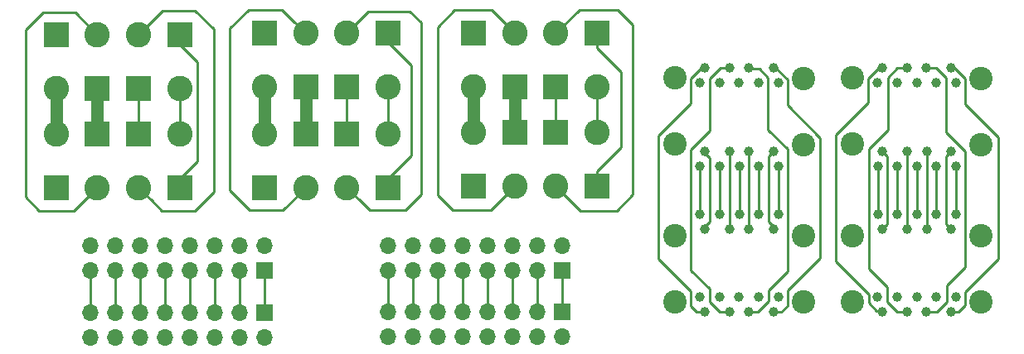
<source format=gbr>
G04 #@! TF.FileFunction,Copper,L1,Top,Signal*
%FSLAX46Y46*%
G04 Gerber Fmt 4.6, Leading zero omitted, Abs format (unit mm)*
G04 Created by KiCad (PCBNEW 4.0.7) date 04/23/18 17:21:14*
%MOMM*%
%LPD*%
G01*
G04 APERTURE LIST*
%ADD10C,0.100000*%
%ADD11C,2.600000*%
%ADD12R,2.600000X2.600000*%
%ADD13R,1.700000X1.700000*%
%ADD14O,1.700000X1.700000*%
%ADD15C,2.400000*%
%ADD16C,1.000000*%
%ADD17C,0.250000*%
%ADD18C,1.250000*%
G04 APERTURE END LIST*
D10*
D11*
X173219824Y-69329112D03*
D12*
X177436224Y-69329112D03*
D11*
X169003424Y-69329112D03*
D12*
X164787024Y-69329112D03*
X169003424Y-63842712D03*
X173219824Y-63842712D03*
D11*
X164787024Y-63842712D03*
X177436224Y-63842712D03*
X173219824Y-53656312D03*
D12*
X177436224Y-53656312D03*
D11*
X169003424Y-53656312D03*
D12*
X164787024Y-53656312D03*
X169003424Y-59142712D03*
X173219824Y-59142712D03*
D11*
X164787024Y-59142712D03*
X177436224Y-59142712D03*
X130620860Y-69474308D03*
D12*
X134837260Y-69474308D03*
D11*
X126404460Y-69474308D03*
D12*
X122188060Y-69474308D03*
X126404460Y-63987908D03*
X130620860Y-63987908D03*
D11*
X122188060Y-63987908D03*
X134837260Y-63987908D03*
X130620860Y-53801508D03*
D12*
X134837260Y-53801508D03*
D11*
X126404460Y-53801508D03*
D12*
X122188060Y-53801508D03*
X126404460Y-59287908D03*
X130620860Y-59287908D03*
D11*
X122188060Y-59287908D03*
X134837260Y-59287908D03*
X151890860Y-69474308D03*
D12*
X156107260Y-69474308D03*
D11*
X147674460Y-69474308D03*
D12*
X143458060Y-69474308D03*
X147674460Y-63987908D03*
X151890860Y-63987908D03*
D11*
X143458060Y-63987908D03*
X156107260Y-63987908D03*
X151890860Y-53641508D03*
D12*
X156107260Y-53641508D03*
D11*
X147674460Y-53641508D03*
D12*
X143458060Y-53641508D03*
X147674460Y-59127908D03*
X151890860Y-59127908D03*
D11*
X143458060Y-59127908D03*
X156107260Y-59127908D03*
D13*
X143448376Y-77929708D03*
D14*
X143448376Y-75389708D03*
X140908376Y-77929708D03*
X140908376Y-75389708D03*
X138368376Y-77929708D03*
X138368376Y-75389708D03*
X135828376Y-77929708D03*
X135828376Y-75389708D03*
X133288376Y-77929708D03*
X133288376Y-75389708D03*
X130748376Y-77929708D03*
X130748376Y-75389708D03*
X128208376Y-77929708D03*
X128208376Y-75389708D03*
X125668376Y-77929708D03*
X125668376Y-75389708D03*
D13*
X143503375Y-82249708D03*
D14*
X143503375Y-84789708D03*
X140963375Y-82249708D03*
X140963375Y-84789708D03*
X138423375Y-82249708D03*
X138423375Y-84789708D03*
X135883375Y-82249708D03*
X135883375Y-84789708D03*
X133343375Y-82249708D03*
X133343375Y-84789708D03*
X130803375Y-82249708D03*
X130803375Y-84789708D03*
X128263375Y-82249708D03*
X128263375Y-84789708D03*
X125723375Y-82249708D03*
X125723375Y-84789708D03*
D13*
X173886956Y-77931658D03*
D14*
X173886956Y-75391658D03*
X171346956Y-77931658D03*
X171346956Y-75391658D03*
X168806956Y-77931658D03*
X168806956Y-75391658D03*
X166266956Y-77931658D03*
X166266956Y-75391658D03*
X163726956Y-77931658D03*
X163726956Y-75391658D03*
X161186956Y-77931658D03*
X161186956Y-75391658D03*
X158646956Y-77931658D03*
X158646956Y-75391658D03*
X156106956Y-77931658D03*
X156106956Y-75391658D03*
D13*
X173886956Y-82181658D03*
D14*
X173886956Y-84721658D03*
X171346956Y-82181658D03*
X171346956Y-84721658D03*
X168806956Y-82181658D03*
X168806956Y-84721658D03*
X166266956Y-82181658D03*
X166266956Y-84721658D03*
X163726956Y-82181658D03*
X163726956Y-84721658D03*
X161186956Y-82181658D03*
X161186956Y-84721658D03*
X158646956Y-82181658D03*
X158646956Y-84721658D03*
X156106956Y-82181658D03*
X156106956Y-84721658D03*
D15*
X203500000Y-81210000D03*
X203500000Y-74410000D03*
X216640000Y-74360000D03*
X216640000Y-81160000D03*
D16*
X213570000Y-82190000D03*
X206570000Y-82190000D03*
X209070000Y-82190000D03*
X211070000Y-82190000D03*
X214070000Y-80690000D03*
X212070000Y-80690000D03*
X210080000Y-80690000D03*
X208070000Y-80690000D03*
X206070000Y-80690000D03*
X206590000Y-73680000D03*
X209090000Y-73680000D03*
X211090000Y-73680000D03*
X213590000Y-73680000D03*
X214090000Y-72180000D03*
X212090000Y-72180000D03*
X210090000Y-72180000D03*
X208090000Y-72180000D03*
X206090000Y-72180000D03*
D15*
X185360000Y-81210000D03*
X185360000Y-74410000D03*
X198500000Y-74360000D03*
X198500000Y-81160000D03*
D16*
X195430000Y-82190000D03*
X188430000Y-82190000D03*
X190930000Y-82190000D03*
X192930000Y-82190000D03*
X195930000Y-80690000D03*
X193930000Y-80690000D03*
X191940000Y-80690000D03*
X189930000Y-80690000D03*
X187930000Y-80690000D03*
X188450000Y-73680000D03*
X190950000Y-73680000D03*
X192950000Y-73680000D03*
X195450000Y-73680000D03*
X195950000Y-72180000D03*
X193950000Y-72180000D03*
X191950000Y-72180000D03*
X189950000Y-72180000D03*
X187950000Y-72180000D03*
D15*
X203500000Y-58230000D03*
X203500000Y-65030000D03*
X216640000Y-65080000D03*
X216640000Y-58280000D03*
D16*
X213570000Y-57250000D03*
X206570000Y-57250000D03*
X209070000Y-57250000D03*
X211070000Y-57250000D03*
X214070000Y-58750000D03*
X212070000Y-58750000D03*
X210080000Y-58750000D03*
X208070000Y-58750000D03*
X206070000Y-58750000D03*
X206590000Y-65760000D03*
X209090000Y-65760000D03*
X211090000Y-65760000D03*
X213590000Y-65760000D03*
X214090000Y-67260000D03*
X212090000Y-67260000D03*
X210090000Y-67260000D03*
X208090000Y-67260000D03*
X206090000Y-67260000D03*
D15*
X185360000Y-58230000D03*
X185360000Y-65030000D03*
X198500000Y-65080000D03*
X198500000Y-58280000D03*
D16*
X195430000Y-57250000D03*
X188430000Y-57250000D03*
X190930000Y-57250000D03*
X192930000Y-57250000D03*
X195930000Y-58750000D03*
X193930000Y-58750000D03*
X191940000Y-58750000D03*
X189930000Y-58750000D03*
X187930000Y-58750000D03*
X188450000Y-65760000D03*
X190950000Y-65760000D03*
X192950000Y-65760000D03*
X195450000Y-65760000D03*
X195950000Y-67260000D03*
X193950000Y-67260000D03*
X191950000Y-67260000D03*
X189950000Y-67260000D03*
X187950000Y-67260000D03*
D17*
X213570000Y-57250000D02*
X213944616Y-57250000D01*
X213944616Y-57250000D02*
X214999519Y-58304903D01*
X214999519Y-58304903D02*
X214999519Y-60923638D01*
X214340990Y-82206437D02*
X213586437Y-82206437D01*
X213586437Y-82206437D02*
X213570000Y-82190000D01*
X214999519Y-60923638D02*
X218386849Y-64310968D01*
X218386849Y-64310968D02*
X218386849Y-76742489D01*
X218386849Y-76742489D02*
X215008189Y-80121149D01*
X215008189Y-80121149D02*
X215008189Y-81539238D01*
X215008189Y-81539238D02*
X214340990Y-82206437D01*
X206570000Y-57250000D02*
X206220547Y-57250000D01*
X206464171Y-82084171D02*
X206570000Y-82190000D01*
X206220547Y-57250000D02*
X205134723Y-58335824D01*
X201789700Y-64083937D02*
X201789700Y-76991189D01*
X205134723Y-58335824D02*
X205134723Y-60738914D01*
X205170794Y-81291683D02*
X205963282Y-82084171D01*
X205134723Y-60738914D02*
X201789700Y-64083937D01*
X201789700Y-76991189D02*
X205170794Y-80372283D01*
X205963282Y-82084171D02*
X206464171Y-82084171D01*
X205170794Y-80372283D02*
X205170794Y-81291683D01*
X209070000Y-57250000D02*
X208047535Y-57250000D01*
X205154806Y-77759444D02*
X207032511Y-79637149D01*
X208362894Y-82190000D02*
X209070000Y-82190000D01*
X208047535Y-57250000D02*
X207108350Y-58189185D01*
X207108350Y-58189185D02*
X207108350Y-63565453D01*
X207108350Y-63565453D02*
X205154806Y-65518997D01*
X205154806Y-65518997D02*
X205154806Y-77759444D01*
X208056620Y-82190000D02*
X208362894Y-82190000D01*
X207032511Y-79637149D02*
X207032511Y-81165891D01*
X207032511Y-81165891D02*
X208056620Y-82190000D01*
X211070000Y-57250000D02*
X212085274Y-57250000D01*
X212085274Y-57250000D02*
X213094555Y-58259281D01*
X213094555Y-58259281D02*
X213094555Y-63776373D01*
X213165956Y-81140782D02*
X212116738Y-82190000D01*
X212116738Y-82190000D02*
X211777106Y-82190000D01*
X213094555Y-63776373D02*
X215048367Y-65730185D01*
X215048367Y-65730185D02*
X215048367Y-77610903D01*
X215048367Y-77610903D02*
X213165956Y-79493314D01*
X213165956Y-79493314D02*
X213165956Y-81140782D01*
X211777106Y-82190000D02*
X211070000Y-82190000D01*
X206590000Y-65760000D02*
X206590000Y-65777879D01*
X206590000Y-65777879D02*
X207089999Y-66277878D01*
X207089999Y-66277878D02*
X207089999Y-73180001D01*
X207089999Y-73180001D02*
X206590000Y-73680000D01*
X209090000Y-65760000D02*
X209090000Y-73680000D01*
X211090000Y-65760000D02*
X211090000Y-73680000D01*
X213590000Y-65760000D02*
X213090001Y-66259999D01*
X213090001Y-66259999D02*
X213090001Y-73180001D01*
X213090001Y-73180001D02*
X213590000Y-73680000D01*
X214090000Y-67260000D02*
X214090000Y-72180000D01*
X212090000Y-67260000D02*
X212090000Y-72180000D01*
X210090000Y-67260000D02*
X210090000Y-72180000D01*
X208090000Y-67260000D02*
X208090000Y-72180000D01*
X206090000Y-67260000D02*
X206090000Y-72180000D01*
X195430000Y-82190000D02*
X196247964Y-82190000D01*
X200212976Y-64381264D02*
X196863403Y-61031691D01*
X196247964Y-82190000D02*
X196886552Y-81551412D01*
X196886552Y-81551412D02*
X196886552Y-79967467D01*
X196886552Y-79967467D02*
X200212976Y-76641043D01*
X200212976Y-76641043D02*
X200212976Y-64381264D01*
X195510545Y-57169455D02*
X195430000Y-57250000D01*
X196863403Y-61031691D02*
X196863403Y-58412995D01*
X196863403Y-58412995D02*
X195619863Y-57169455D01*
X195619863Y-57169455D02*
X195510545Y-57169455D01*
X195430000Y-57250000D02*
X195653918Y-57250000D01*
X188430000Y-57250000D02*
X188090597Y-57250000D01*
X186996962Y-60837685D02*
X183670651Y-64163996D01*
X186989953Y-81560434D02*
X187619519Y-82190000D01*
X188090597Y-57250000D02*
X186996962Y-58343635D01*
X186996962Y-58343635D02*
X186996962Y-60837685D01*
X183670651Y-64163996D02*
X183670651Y-76743271D01*
X183670651Y-76743271D02*
X186989953Y-80062573D01*
X186989953Y-80062573D02*
X186989953Y-81560434D01*
X187619519Y-82190000D02*
X188430000Y-82190000D01*
X190930000Y-57250000D02*
X190008940Y-57250000D01*
X190008940Y-57250000D02*
X188947158Y-58311782D01*
X188947158Y-58311782D02*
X188947158Y-63666864D01*
X188947158Y-63666864D02*
X187018874Y-65595148D01*
X187018874Y-65595148D02*
X187018874Y-77921131D01*
X187018874Y-77921131D02*
X188899150Y-79801407D01*
X188899150Y-79801407D02*
X188899150Y-81137568D01*
X188899150Y-81137568D02*
X189951582Y-82190000D01*
X189951582Y-82190000D02*
X190930000Y-82190000D01*
X192930000Y-57250000D02*
X192952092Y-57272092D01*
X194898296Y-58185530D02*
X194898296Y-63563842D01*
X192952092Y-57272092D02*
X193984858Y-57272092D01*
X193984858Y-57272092D02*
X194898296Y-58185530D01*
X194964004Y-79971830D02*
X194964004Y-81098186D01*
X194898296Y-63563842D02*
X196858986Y-65524532D01*
X196858986Y-65524532D02*
X196858986Y-78076848D01*
X196858986Y-78076848D02*
X194964004Y-79971830D01*
X194964004Y-81098186D02*
X193872190Y-82190000D01*
X193872190Y-82190000D02*
X193637106Y-82190000D01*
X193637106Y-82190000D02*
X192930000Y-82190000D01*
X188450000Y-65760000D02*
X188450000Y-65954845D01*
X188450000Y-65954845D02*
X188949999Y-66454844D01*
X188949999Y-66454844D02*
X188949999Y-72928349D01*
X188949999Y-72928349D02*
X188450000Y-73428348D01*
X188450000Y-73428348D02*
X188450000Y-73680000D01*
X190950000Y-65760000D02*
X190950000Y-73680000D01*
X192950000Y-65760000D02*
X192950000Y-73680000D01*
X195450000Y-65760000D02*
X194969727Y-66240273D01*
X194969727Y-66240273D02*
X194969727Y-72983933D01*
X194969727Y-72983933D02*
X195450000Y-73464206D01*
X195450000Y-73464206D02*
X195450000Y-73680000D01*
X195950000Y-67260000D02*
X195950000Y-72180000D01*
X193950000Y-67260000D02*
X193950000Y-72180000D01*
X191950000Y-67260000D02*
X191950000Y-72180000D01*
X189950000Y-67260000D02*
X189950000Y-72180000D01*
X187950000Y-72180000D02*
X187950000Y-67260000D01*
X173886956Y-77931658D02*
X173886956Y-82181658D01*
X171346956Y-77931658D02*
X171346956Y-79133739D01*
X171346956Y-79133739D02*
X171346956Y-82181658D01*
X168806956Y-77931658D02*
X168806956Y-79133739D01*
X168806956Y-79133739D02*
X168806956Y-82181658D01*
X166266956Y-82181658D02*
X166266956Y-80979577D01*
X166266956Y-80979577D02*
X166266956Y-77931658D01*
X163726956Y-77931658D02*
X163726956Y-79133739D01*
X163726956Y-79133739D02*
X163726956Y-82181658D01*
X161186956Y-77931658D02*
X161186956Y-82181658D01*
X158646956Y-77931658D02*
X158646956Y-82181658D01*
X156106956Y-77931658D02*
X156106956Y-79133739D01*
X156106956Y-79133739D02*
X156106956Y-82181658D01*
X173219824Y-53656312D02*
X175610815Y-51265321D01*
X175610815Y-51265321D02*
X179552527Y-51265321D01*
X181097024Y-70194879D02*
X179416440Y-71875463D01*
X179552527Y-51265321D02*
X181097024Y-52809818D01*
X181097024Y-52809818D02*
X181097024Y-70194879D01*
X179416440Y-71875463D02*
X175766175Y-71875463D01*
X175766175Y-71875463D02*
X174519823Y-70629111D01*
X174519823Y-70629111D02*
X173219824Y-69329112D01*
X177436224Y-53656312D02*
X177436224Y-55206312D01*
X177436224Y-55206312D02*
X179884303Y-57654391D01*
X179884303Y-57654391D02*
X179884303Y-65331033D01*
X179884303Y-65331033D02*
X177436224Y-67779112D01*
X177436224Y-67779112D02*
X177436224Y-69329112D01*
X169003424Y-53656312D02*
X166660350Y-51313238D01*
X162859120Y-51313238D02*
X161147024Y-53025334D01*
X161147024Y-53025334D02*
X161147024Y-70211445D01*
X166660350Y-51313238D02*
X162859120Y-51313238D01*
X161147024Y-70211445D02*
X162678291Y-71742712D01*
X166589824Y-71742712D02*
X169003424Y-69329112D01*
X162678291Y-71742712D02*
X166589824Y-71742712D01*
D18*
X164787024Y-53656312D02*
X164716205Y-53656312D01*
X164616747Y-69329112D02*
X164787024Y-69329112D01*
X169003424Y-59142712D02*
X169003424Y-63842712D01*
D17*
X173219824Y-59142712D02*
X173219824Y-63842712D01*
D18*
X164787024Y-59142712D02*
X164787024Y-60981189D01*
X164787024Y-60981189D02*
X164787024Y-63842712D01*
D17*
X177436224Y-59142712D02*
X177436224Y-60981189D01*
X177436224Y-60981189D02*
X177436224Y-63842712D01*
X130620860Y-53801508D02*
X133090638Y-51331730D01*
X133090638Y-51331730D02*
X136357356Y-51331730D01*
X136357356Y-51331730D02*
X138278060Y-53252434D01*
X138278060Y-53252434D02*
X138278060Y-69937908D01*
X138278060Y-69937908D02*
X136397630Y-71818338D01*
X132964890Y-71818338D02*
X131920859Y-70774307D01*
X136397630Y-71818338D02*
X132964890Y-71818338D01*
X131920859Y-70774307D02*
X130620860Y-69474308D01*
X134837260Y-69474308D02*
X134837260Y-68580375D01*
X134837260Y-68580375D02*
X136653845Y-66763790D01*
X136653845Y-66763790D02*
X136653845Y-56615338D01*
X136653845Y-56615338D02*
X134837260Y-54798753D01*
X134837260Y-54798753D02*
X134837260Y-53801508D01*
X126404460Y-53801508D02*
X124137846Y-51534894D01*
X119078060Y-70454777D02*
X120461586Y-71838303D01*
X124137846Y-51534894D02*
X120831074Y-51534894D01*
X120461586Y-71838303D02*
X124040465Y-71838303D01*
X120831074Y-51534894D02*
X119078060Y-53287908D01*
X119078060Y-53287908D02*
X119078060Y-70454777D01*
X124040465Y-71838303D02*
X125104461Y-70774307D01*
X125104461Y-70774307D02*
X126404460Y-69474308D01*
D18*
X126404460Y-59287908D02*
X126404460Y-60837908D01*
X126404460Y-60837908D02*
X126404460Y-63987908D01*
D17*
X130620860Y-59287908D02*
X130620860Y-63987908D01*
D18*
X122188060Y-59287908D02*
X122188060Y-63987908D01*
D17*
X134837260Y-59287908D02*
X134837260Y-61126385D01*
X134837260Y-61126385D02*
X134837260Y-63987908D01*
X151890860Y-53641508D02*
X154094460Y-51437908D01*
X154094460Y-51437908D02*
X158328060Y-51437908D01*
X158328060Y-51437908D02*
X159478060Y-52587908D01*
X153190859Y-70774307D02*
X151890860Y-69474308D01*
X159478060Y-52587908D02*
X159478060Y-70165354D01*
X159478060Y-70165354D02*
X157838351Y-71805063D01*
X157838351Y-71805063D02*
X154221615Y-71805063D01*
X154221615Y-71805063D02*
X153190859Y-70774307D01*
X156107260Y-53641508D02*
X156107260Y-54611174D01*
X156107260Y-54611174D02*
X158460906Y-56964820D01*
X158460906Y-56964820D02*
X158460906Y-66200361D01*
X158460906Y-66200361D02*
X156107260Y-68554007D01*
X156107260Y-68554007D02*
X156107260Y-69474308D01*
X147674460Y-69474308D02*
X145351605Y-71797163D01*
X146374461Y-52341509D02*
X147674460Y-53641508D01*
X145351605Y-71797163D02*
X141983297Y-71797163D01*
X141983297Y-71797163D02*
X139955281Y-69769147D01*
X141822414Y-51246401D02*
X145279353Y-51246401D01*
X139955281Y-69769147D02*
X139955281Y-53113534D01*
X145279353Y-51246401D02*
X146374461Y-52341509D01*
X139955281Y-53113534D02*
X141822414Y-51246401D01*
D18*
X147674460Y-59127908D02*
X147674460Y-60677908D01*
X147674460Y-60677908D02*
X147674460Y-63987908D01*
D17*
X151890860Y-63987908D02*
X151890860Y-59127908D01*
D18*
X143458060Y-59127908D02*
X143458060Y-60966385D01*
X143458060Y-60966385D02*
X143458060Y-63987908D01*
D17*
X156107260Y-59127908D02*
X156107260Y-60966385D01*
X156107260Y-60966385D02*
X156107260Y-63987908D01*
X143448376Y-77929708D02*
X143448376Y-82194709D01*
X143448376Y-82194709D02*
X143503375Y-82249708D01*
X140908376Y-77929708D02*
X140908376Y-82194709D01*
X140908376Y-82194709D02*
X140963375Y-82249708D01*
X138368376Y-77929708D02*
X138368376Y-82194709D01*
X138368376Y-82194709D02*
X138423375Y-82249708D01*
X135883375Y-82249708D02*
X135883375Y-77984707D01*
X135883375Y-77984707D02*
X135828376Y-77929708D01*
X133288376Y-77929708D02*
X133288376Y-82194709D01*
X133288376Y-82194709D02*
X133343375Y-82249708D01*
X130803375Y-82249708D02*
X130803375Y-77984707D01*
X130803375Y-77984707D02*
X130748376Y-77929708D01*
X128208376Y-77929708D02*
X128208376Y-82194709D01*
X128208376Y-82194709D02*
X128263375Y-82249708D01*
X125668376Y-77929708D02*
X125668376Y-82194709D01*
X125668376Y-82194709D02*
X125723375Y-82249708D01*
M02*

</source>
